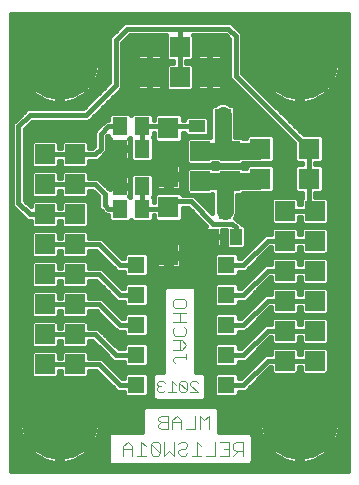
<source format=gbr>
G75*
G70*
%OFA0B0*%
%FSLAX24Y24*%
%IPPOS*%
%LPD*%
%AMOC8*
5,1,8,0,0,1.08239X$1,22.5*
%
%ADD10C,0.0040*%
%ADD11C,0.0030*%
%ADD12R,0.0512X0.0591*%
%ADD13R,0.0669X0.0709*%
%ADD14R,0.0709X0.0669*%
%ADD15R,0.0394X0.0551*%
%ADD16R,0.0551X0.0394*%
%ADD17R,0.0554X0.0554*%
%ADD18R,0.0650X0.0650*%
%ADD19C,0.2540*%
%ADD20C,0.0560*%
%ADD21C,0.0160*%
D10*
X004295Y002200D02*
X004295Y002507D01*
X004448Y002660D01*
X004602Y002507D01*
X004602Y002200D01*
X004755Y002200D02*
X005062Y002200D01*
X004909Y002200D02*
X004909Y002660D01*
X005062Y002507D01*
X005216Y002584D02*
X005216Y002277D01*
X005292Y002200D01*
X005446Y002200D01*
X005523Y002277D01*
X005216Y002584D01*
X005292Y002660D01*
X005446Y002660D01*
X005523Y002584D01*
X005523Y002277D01*
X005676Y002200D02*
X005676Y002660D01*
X005830Y002353D02*
X005676Y002200D01*
X005830Y002353D02*
X005983Y002200D01*
X005983Y002660D01*
X006137Y002584D02*
X006213Y002660D01*
X006367Y002660D01*
X006443Y002584D01*
X006443Y002507D01*
X006367Y002430D01*
X006213Y002430D01*
X006137Y002353D01*
X006137Y002277D01*
X006213Y002200D01*
X006367Y002200D01*
X006443Y002277D01*
X006597Y002200D02*
X006904Y002200D01*
X007057Y002200D02*
X007364Y002200D01*
X007364Y002660D01*
X007518Y002660D02*
X007825Y002660D01*
X007825Y002200D01*
X007518Y002200D01*
X007671Y002430D02*
X007825Y002430D01*
X007978Y002430D02*
X008055Y002353D01*
X008285Y002353D01*
X008285Y002200D02*
X008285Y002660D01*
X008055Y002660D01*
X007978Y002584D01*
X007978Y002430D01*
X008132Y002353D02*
X007978Y002200D01*
X007160Y003075D02*
X007160Y003535D01*
X007007Y003382D01*
X006853Y003535D01*
X006853Y003075D01*
X006700Y003075D02*
X006393Y003075D01*
X006239Y003075D02*
X006239Y003382D01*
X006086Y003535D01*
X005932Y003382D01*
X005932Y003075D01*
X005779Y003075D02*
X005779Y003535D01*
X005549Y003535D01*
X005472Y003459D01*
X005472Y003382D01*
X005549Y003305D01*
X005779Y003305D01*
X005932Y003305D02*
X006239Y003305D01*
X005779Y003075D02*
X005549Y003075D01*
X005472Y003152D01*
X005472Y003228D01*
X005549Y003305D01*
X004602Y002430D02*
X004295Y002430D01*
X006027Y005273D02*
X005950Y005350D01*
X005950Y005426D01*
X006027Y005503D01*
X006410Y005503D01*
X006410Y005426D02*
X006410Y005580D01*
X006257Y005733D02*
X006410Y005887D01*
X006257Y006040D01*
X005950Y006040D01*
X006027Y006194D02*
X005950Y006271D01*
X005950Y006424D01*
X006027Y006501D01*
X005950Y006654D02*
X006410Y006654D01*
X006334Y006501D02*
X006410Y006424D01*
X006410Y006271D01*
X006334Y006194D01*
X006027Y006194D01*
X006180Y006040D02*
X006180Y005733D01*
X006257Y005733D02*
X005950Y005733D01*
X006180Y006654D02*
X006180Y006961D01*
X006027Y007115D02*
X005950Y007191D01*
X005950Y007345D01*
X006027Y007422D01*
X006334Y007422D01*
X006410Y007345D01*
X006410Y007191D01*
X006334Y007115D01*
X006027Y007115D01*
X005950Y006961D02*
X006410Y006961D01*
X006700Y003535D02*
X006700Y003075D01*
X006750Y002660D02*
X006750Y002200D01*
X006904Y002507D02*
X006750Y002660D01*
D11*
X006790Y004320D02*
X006543Y004567D01*
X006543Y004629D01*
X006605Y004690D01*
X006728Y004690D01*
X006790Y004629D01*
X006790Y004320D02*
X006543Y004320D01*
X006422Y004382D02*
X006175Y004629D01*
X006175Y004382D01*
X006237Y004320D01*
X006360Y004320D01*
X006422Y004382D01*
X006422Y004629D01*
X006360Y004690D01*
X006237Y004690D01*
X006175Y004629D01*
X006053Y004567D02*
X005930Y004690D01*
X005930Y004320D01*
X006053Y004320D02*
X005806Y004320D01*
X005685Y004382D02*
X005623Y004320D01*
X005500Y004320D01*
X005438Y004382D01*
X005438Y004443D01*
X005500Y004505D01*
X005562Y004505D01*
X005500Y004505D02*
X005438Y004567D01*
X005438Y004629D01*
X005500Y004690D01*
X005623Y004690D01*
X005685Y004629D01*
D12*
X004929Y010430D03*
X004929Y011180D03*
X004181Y011180D03*
X004181Y010430D03*
X004181Y012430D03*
X004181Y013180D03*
X004929Y013180D03*
X004929Y012430D03*
D13*
X005805Y013112D03*
X005805Y011498D03*
X005805Y010487D03*
X005805Y008873D03*
D14*
X008873Y011430D03*
X008873Y012430D03*
X010487Y012430D03*
X010487Y011430D03*
D15*
X008054Y009497D03*
X007680Y010363D03*
X007306Y009497D03*
D16*
X006747Y013181D03*
X006747Y013929D03*
X007613Y013555D03*
D17*
X007743Y008555D03*
X007743Y007555D03*
X007743Y006555D03*
X007743Y005555D03*
X007743Y004555D03*
X004743Y004555D03*
X004743Y005555D03*
X004743Y006555D03*
X004743Y007555D03*
X004743Y008555D03*
D18*
X002680Y008243D03*
X002680Y009243D03*
X002680Y010243D03*
X002680Y011243D03*
X002680Y012243D03*
X001680Y012243D03*
X001680Y011243D03*
X001680Y010243D03*
X001680Y009243D03*
X001680Y008243D03*
X001680Y007243D03*
X001680Y006243D03*
X001680Y005243D03*
X002680Y005243D03*
X002680Y006243D03*
X002680Y007243D03*
X006868Y011368D03*
X006868Y012368D03*
X007868Y012368D03*
X007868Y011368D03*
X009680Y010368D03*
X009680Y009368D03*
X009680Y008368D03*
X009680Y007368D03*
X009680Y006368D03*
X009680Y005368D03*
X010680Y005368D03*
X010680Y006368D03*
X010680Y007368D03*
X010680Y008368D03*
X010680Y009368D03*
X010680Y010368D03*
X007180Y014805D03*
X007180Y015805D03*
X006180Y015805D03*
X006180Y014805D03*
X005180Y014805D03*
X005180Y015805D03*
D19*
X002180Y015305D03*
X002180Y003305D03*
X010180Y003305D03*
X010180Y015305D03*
D20*
X008873Y012430D02*
X008810Y012368D01*
X007868Y012368D01*
X007743Y012368D01*
X007680Y012430D01*
X007613Y012497D01*
X007613Y013555D01*
X007868Y012368D02*
X006868Y012368D01*
X006868Y011368D02*
X007868Y011368D01*
X007680Y011180D01*
X007680Y010363D01*
X007868Y011368D02*
X008810Y011368D01*
X008873Y011430D01*
D21*
X000560Y016925D02*
X000560Y001685D01*
X011800Y001685D01*
X011800Y016925D01*
X000560Y016925D01*
X000560Y016838D02*
X011800Y016838D01*
X011800Y016680D02*
X000560Y016680D01*
X000560Y016521D02*
X001591Y016521D01*
X001602Y016527D02*
X001485Y016464D01*
X001375Y016391D01*
X001272Y016306D01*
X001179Y016213D01*
X001094Y016110D01*
X001021Y016000D01*
X000958Y015883D01*
X000907Y015760D01*
X000869Y015633D01*
X000843Y015503D01*
X000831Y015385D01*
X002100Y015385D01*
X002100Y016654D01*
X001982Y016642D01*
X001852Y016616D01*
X001725Y016578D01*
X001602Y016527D01*
X001341Y016363D02*
X000560Y016363D01*
X000560Y016204D02*
X001171Y016204D01*
X001051Y016046D02*
X000560Y016046D01*
X000560Y015887D02*
X000960Y015887D01*
X000898Y015729D02*
X000560Y015729D01*
X000560Y015570D02*
X000856Y015570D01*
X000834Y015412D02*
X000560Y015412D01*
X000560Y015253D02*
X002100Y015253D01*
X002100Y015225D02*
X002100Y015385D01*
X002260Y015385D01*
X003529Y015385D01*
X003517Y015503D01*
X003491Y015633D01*
X003453Y015760D01*
X003402Y015883D01*
X003339Y016000D01*
X003266Y016110D01*
X003181Y016213D01*
X003088Y016306D01*
X002985Y016391D01*
X002875Y016464D01*
X002758Y016527D01*
X002635Y016578D01*
X002508Y016616D01*
X002378Y016642D01*
X002260Y016654D01*
X002260Y015385D01*
X002260Y015225D01*
X003529Y015225D01*
X003517Y015107D01*
X003491Y014977D01*
X003453Y014850D01*
X003402Y014727D01*
X003339Y014610D01*
X003266Y014500D01*
X003181Y014397D01*
X003088Y014304D01*
X002985Y014219D01*
X002875Y014146D01*
X002758Y014083D01*
X002635Y014032D01*
X002508Y013994D01*
X002378Y013968D01*
X002260Y013956D01*
X002260Y015225D01*
X002100Y015225D01*
X002100Y013956D01*
X001982Y013968D01*
X001852Y013994D01*
X001725Y014032D01*
X001602Y014083D01*
X001485Y014146D01*
X001375Y014219D01*
X001272Y014304D01*
X001179Y014397D01*
X001094Y014500D01*
X001021Y014610D01*
X000958Y014727D01*
X000907Y014850D01*
X000869Y014977D01*
X000843Y015107D01*
X000831Y015225D01*
X002100Y015225D01*
X002100Y015095D02*
X002260Y015095D01*
X002260Y015253D02*
X003835Y015253D01*
X003835Y015095D02*
X003515Y015095D01*
X003479Y014936D02*
X003835Y014936D01*
X003835Y014778D02*
X003423Y014778D01*
X003344Y014619D02*
X003808Y014619D01*
X003835Y014646D02*
X002964Y013775D01*
X001089Y013775D01*
X000714Y013400D01*
X000585Y013271D01*
X000585Y010526D01*
X001089Y010023D01*
X000560Y010023D01*
X000560Y010181D02*
X000930Y010181D01*
X000772Y010340D02*
X000560Y010340D01*
X000560Y010498D02*
X000613Y010498D01*
X000585Y010657D02*
X000560Y010657D01*
X000560Y010815D02*
X000585Y010815D01*
X000585Y010974D02*
X000560Y010974D01*
X000560Y011132D02*
X000585Y011132D01*
X000585Y011291D02*
X000560Y011291D01*
X000560Y011449D02*
X000585Y011449D01*
X000585Y011608D02*
X000560Y011608D01*
X000560Y011766D02*
X000585Y011766D01*
X000585Y011925D02*
X000560Y011925D01*
X000560Y012083D02*
X000585Y012083D01*
X000585Y012242D02*
X000560Y012242D01*
X000560Y012400D02*
X000585Y012400D01*
X000585Y012559D02*
X000560Y012559D01*
X000560Y012717D02*
X000585Y012717D01*
X000585Y012876D02*
X000560Y012876D01*
X000560Y013034D02*
X000585Y013034D01*
X000585Y013193D02*
X000560Y013193D01*
X000560Y013351D02*
X000665Y013351D01*
X000560Y013510D02*
X000823Y013510D01*
X000982Y013668D02*
X000560Y013668D01*
X000560Y013827D02*
X003015Y013827D01*
X003174Y013985D02*
X002464Y013985D01*
X002260Y013985D02*
X002100Y013985D01*
X002100Y014144D02*
X002260Y014144D01*
X002260Y014302D02*
X002100Y014302D01*
X002100Y014461D02*
X002260Y014461D01*
X002260Y014619D02*
X002100Y014619D01*
X002100Y014778D02*
X002260Y014778D01*
X002260Y014936D02*
X002100Y014936D01*
X002100Y015412D02*
X002260Y015412D01*
X002260Y015570D02*
X002100Y015570D01*
X002100Y015729D02*
X002260Y015729D01*
X002260Y015887D02*
X002100Y015887D01*
X002100Y016046D02*
X002260Y016046D01*
X002260Y016204D02*
X002100Y016204D01*
X002100Y016363D02*
X002260Y016363D01*
X002260Y016521D02*
X002100Y016521D01*
X002769Y016521D02*
X004210Y016521D01*
X004339Y016650D02*
X003835Y016146D01*
X003835Y014646D01*
X004055Y014555D02*
X004055Y016055D01*
X004430Y016430D01*
X006180Y016430D01*
X006180Y015805D01*
X006180Y014805D01*
X006645Y014778D02*
X006775Y014778D01*
X006775Y014797D02*
X006775Y014464D01*
X006787Y014435D01*
X006810Y014412D01*
X006839Y014400D01*
X007172Y014400D01*
X007172Y014797D01*
X006775Y014797D01*
X006775Y014813D02*
X007172Y014813D01*
X007172Y015210D01*
X006839Y015210D01*
X006810Y015198D01*
X006787Y015175D01*
X006775Y015146D01*
X006775Y014813D01*
X006775Y014936D02*
X006645Y014936D01*
X006645Y015095D02*
X006775Y015095D01*
X006645Y015188D02*
X006563Y015270D01*
X006400Y015270D01*
X006400Y015340D01*
X006563Y015340D01*
X006645Y015422D01*
X006645Y016188D01*
X006623Y016210D01*
X007714Y016210D01*
X007835Y016089D01*
X007835Y014771D01*
X009993Y012613D01*
X009993Y012037D01*
X010075Y011955D01*
X010267Y011955D01*
X010267Y011905D01*
X010075Y011905D01*
X009993Y011823D01*
X009993Y011037D01*
X010075Y010955D01*
X010267Y010955D01*
X010267Y010803D01*
X010215Y010750D01*
X010215Y010587D01*
X010145Y010587D01*
X010145Y010750D01*
X010063Y010832D01*
X009297Y010832D01*
X009215Y010750D01*
X009215Y009985D01*
X009297Y009903D01*
X010063Y009903D01*
X010145Y009985D01*
X010145Y010148D01*
X010215Y010148D01*
X010215Y009985D01*
X010297Y009903D01*
X011063Y009903D01*
X011145Y009985D01*
X011145Y010750D01*
X011063Y010832D01*
X010707Y010832D01*
X010707Y010955D01*
X010899Y010955D01*
X010981Y011037D01*
X010981Y011823D01*
X010899Y011905D01*
X010707Y011905D01*
X010707Y011955D01*
X010899Y011955D01*
X010981Y012037D01*
X010981Y012823D01*
X010899Y012905D01*
X010324Y012905D01*
X008275Y014953D01*
X008275Y016271D01*
X008146Y016400D01*
X008025Y016521D01*
X009591Y016521D01*
X009602Y016527D02*
X009485Y016464D01*
X009375Y016391D01*
X009272Y016306D01*
X009179Y016213D01*
X009094Y016110D01*
X009021Y016000D01*
X008958Y015883D01*
X008907Y015760D01*
X008869Y015633D01*
X008843Y015503D01*
X008831Y015385D01*
X010100Y015385D01*
X010100Y016654D01*
X009982Y016642D01*
X009852Y016616D01*
X009725Y016578D01*
X009602Y016527D01*
X009341Y016363D02*
X008184Y016363D01*
X008275Y016204D02*
X009171Y016204D01*
X009051Y016046D02*
X008275Y016046D01*
X008275Y015887D02*
X008960Y015887D01*
X008898Y015729D02*
X008275Y015729D01*
X008275Y015570D02*
X008856Y015570D01*
X008834Y015412D02*
X008275Y015412D01*
X008275Y015253D02*
X010100Y015253D01*
X010100Y015225D02*
X010100Y015385D01*
X010260Y015385D01*
X011529Y015385D01*
X011517Y015503D01*
X011491Y015633D01*
X011453Y015760D01*
X011402Y015883D01*
X011339Y016000D01*
X011266Y016110D01*
X011181Y016213D01*
X011088Y016306D01*
X010985Y016391D01*
X010875Y016464D01*
X010758Y016527D01*
X010635Y016578D01*
X010508Y016616D01*
X010378Y016642D01*
X010260Y016654D01*
X010260Y015385D01*
X010260Y015225D01*
X011529Y015225D01*
X011517Y015107D01*
X011491Y014977D01*
X011453Y014850D01*
X011402Y014727D01*
X011339Y014610D01*
X011266Y014500D01*
X011181Y014397D01*
X011088Y014304D01*
X010985Y014219D01*
X010875Y014146D01*
X010758Y014083D01*
X010635Y014032D01*
X010508Y013994D01*
X010378Y013968D01*
X010260Y013956D01*
X010260Y015225D01*
X010100Y015225D01*
X010100Y013956D01*
X009982Y013968D01*
X009852Y013994D01*
X009725Y014032D01*
X009602Y014083D01*
X009485Y014146D01*
X009375Y014219D01*
X009272Y014304D01*
X009179Y014397D01*
X009094Y014500D01*
X009021Y014610D01*
X008958Y014727D01*
X008907Y014850D01*
X008869Y014977D01*
X008843Y015107D01*
X008831Y015225D01*
X010100Y015225D01*
X010100Y015095D02*
X010260Y015095D01*
X010260Y015253D02*
X011800Y015253D01*
X011800Y015095D02*
X011515Y015095D01*
X011479Y014936D02*
X011800Y014936D01*
X011800Y014778D02*
X011423Y014778D01*
X011344Y014619D02*
X011800Y014619D01*
X011800Y014461D02*
X011233Y014461D01*
X011086Y014302D02*
X011800Y014302D01*
X011800Y014144D02*
X010871Y014144D01*
X010464Y013985D02*
X011800Y013985D01*
X011800Y013827D02*
X009402Y013827D01*
X009243Y013985D02*
X009896Y013985D01*
X010100Y013985D02*
X010260Y013985D01*
X010260Y014144D02*
X010100Y014144D01*
X010100Y014302D02*
X010260Y014302D01*
X010260Y014461D02*
X010100Y014461D01*
X010100Y014619D02*
X010260Y014619D01*
X010260Y014778D02*
X010100Y014778D01*
X010100Y014936D02*
X010260Y014936D01*
X010260Y015412D02*
X010100Y015412D01*
X010100Y015570D02*
X010260Y015570D01*
X010260Y015729D02*
X010100Y015729D01*
X010100Y015887D02*
X010260Y015887D01*
X010260Y016046D02*
X010100Y016046D01*
X010100Y016204D02*
X010260Y016204D01*
X010260Y016363D02*
X010100Y016363D01*
X010100Y016521D02*
X010260Y016521D01*
X010769Y016521D02*
X011800Y016521D01*
X011800Y016363D02*
X011019Y016363D01*
X011189Y016204D02*
X011800Y016204D01*
X011800Y016046D02*
X011309Y016046D01*
X011400Y015887D02*
X011800Y015887D01*
X011800Y015729D02*
X011462Y015729D01*
X011504Y015570D02*
X011800Y015570D01*
X011800Y015412D02*
X011526Y015412D01*
X011800Y013668D02*
X009560Y013668D01*
X009719Y013510D02*
X011800Y013510D01*
X011800Y013351D02*
X009877Y013351D01*
X010036Y013193D02*
X011800Y013193D01*
X011800Y013034D02*
X010194Y013034D01*
X009889Y012717D02*
X009367Y012717D01*
X009367Y012823D02*
X009285Y012905D01*
X008461Y012905D01*
X008379Y012823D01*
X008379Y012787D01*
X008295Y012787D01*
X008250Y012832D01*
X008033Y012832D01*
X008033Y013639D01*
X008029Y013649D01*
X008029Y013810D01*
X007947Y013892D01*
X007870Y013892D01*
X007851Y013911D01*
X007697Y013975D01*
X007530Y013975D01*
X007375Y013911D01*
X007356Y013892D01*
X007279Y013892D01*
X007197Y013810D01*
X007197Y013649D01*
X007193Y013639D01*
X007193Y012832D01*
X006485Y012832D01*
X006403Y012750D01*
X006403Y011985D01*
X006485Y011903D01*
X007250Y011903D01*
X007295Y011948D01*
X007440Y011948D01*
X007485Y011903D01*
X008250Y011903D01*
X008295Y011948D01*
X008894Y011948D01*
X008913Y011955D01*
X009285Y011955D01*
X009367Y012037D01*
X009367Y012823D01*
X009314Y012876D02*
X009730Y012876D01*
X009572Y013034D02*
X008033Y013034D01*
X008033Y012876D02*
X008431Y012876D01*
X008033Y013193D02*
X009413Y013193D01*
X009255Y013351D02*
X008033Y013351D01*
X008033Y013510D02*
X009096Y013510D01*
X008938Y013668D02*
X008029Y013668D01*
X008012Y013827D02*
X008779Y013827D01*
X008621Y013985D02*
X007103Y013985D01*
X007103Y013947D02*
X007103Y014142D01*
X007090Y014171D01*
X007068Y014194D01*
X007038Y014206D01*
X006765Y014206D01*
X006765Y013947D01*
X007103Y013947D01*
X007103Y013911D02*
X006765Y013911D01*
X006765Y013947D01*
X006729Y013947D01*
X006729Y014206D01*
X006455Y014206D01*
X006426Y014194D01*
X006404Y014171D01*
X006391Y014142D01*
X006391Y013947D01*
X006728Y013947D01*
X006728Y013911D01*
X006391Y013911D01*
X006391Y013716D01*
X006404Y013687D01*
X006426Y013664D01*
X006455Y013652D01*
X006729Y013652D01*
X006729Y013911D01*
X006765Y013911D01*
X006765Y013652D01*
X007038Y013652D01*
X007068Y013664D01*
X007090Y013687D01*
X007103Y013716D01*
X007103Y013911D01*
X007103Y013827D02*
X007214Y013827D01*
X007197Y013668D02*
X007072Y013668D01*
X007081Y013518D02*
X006413Y013518D01*
X006331Y013436D01*
X006331Y013401D01*
X006280Y013401D01*
X006280Y013524D01*
X006198Y013606D01*
X005412Y013606D01*
X005330Y013524D01*
X005330Y013400D01*
X005325Y013400D01*
X005325Y013533D01*
X005243Y013615D01*
X004615Y013615D01*
X004555Y013555D01*
X004495Y013615D01*
X003867Y013615D01*
X003785Y013533D01*
X003785Y013400D01*
X003714Y013400D01*
X003464Y013150D01*
X003335Y013021D01*
X003335Y012521D01*
X003276Y012462D01*
X003145Y012462D01*
X003145Y012625D01*
X003063Y012707D01*
X002297Y012707D01*
X002215Y012625D01*
X002215Y012462D01*
X002145Y012462D01*
X002145Y012625D01*
X002063Y012707D01*
X001297Y012707D01*
X001215Y012625D01*
X001215Y011860D01*
X001297Y011778D01*
X002063Y011778D01*
X002145Y011860D01*
X002145Y012023D01*
X002215Y012023D01*
X002215Y011860D01*
X002297Y011778D01*
X003063Y011778D01*
X003145Y011860D01*
X003145Y012023D01*
X003459Y012023D01*
X003587Y012151D01*
X003775Y012339D01*
X003775Y012839D01*
X003785Y012849D01*
X003785Y012827D01*
X003853Y012759D01*
X003845Y012741D01*
X003845Y012478D01*
X004133Y012478D01*
X004133Y012382D01*
X004229Y012382D01*
X004229Y012478D01*
X004517Y012478D01*
X004517Y012741D01*
X004509Y012759D01*
X004533Y012783D01*
X004533Y012077D01*
X004615Y011995D01*
X005243Y011995D01*
X005325Y012077D01*
X005325Y012783D01*
X005303Y012805D01*
X005325Y012827D01*
X005325Y012960D01*
X005330Y012960D01*
X005330Y012700D01*
X005412Y012618D01*
X006198Y012618D01*
X006280Y012700D01*
X006280Y012961D01*
X006331Y012961D01*
X006331Y012926D01*
X006413Y012844D01*
X007081Y012844D01*
X007163Y012926D01*
X007163Y013436D01*
X007081Y013518D01*
X007089Y013510D02*
X007193Y013510D01*
X007193Y013351D02*
X007163Y013351D01*
X007163Y013193D02*
X007193Y013193D01*
X007193Y013034D02*
X007163Y013034D01*
X007193Y012876D02*
X007112Y012876D01*
X006747Y013181D02*
X005986Y013181D01*
X005805Y013112D01*
X005737Y013180D01*
X004929Y013180D01*
X004929Y012430D01*
X004533Y012400D02*
X004229Y012400D01*
X004229Y012382D02*
X004517Y012382D01*
X004517Y012119D01*
X004505Y012089D01*
X004482Y012067D01*
X004453Y012055D01*
X004229Y012055D01*
X004229Y012382D01*
X004181Y012430D02*
X004181Y011180D01*
X004229Y011228D02*
X004133Y011228D01*
X004133Y011555D01*
X003909Y011555D01*
X003880Y011543D01*
X003857Y011521D01*
X003845Y011491D01*
X003845Y011228D01*
X004133Y011228D01*
X004133Y011132D01*
X003845Y011132D01*
X003789Y011132D01*
X003845Y011132D02*
X003845Y011076D01*
X003587Y011334D01*
X003459Y011462D01*
X003145Y011462D01*
X003145Y011625D01*
X003063Y011707D01*
X002297Y011707D01*
X002215Y011625D01*
X002215Y011462D01*
X002145Y011462D01*
X002145Y011625D01*
X002063Y011707D01*
X001297Y011707D01*
X001215Y011625D01*
X001215Y010860D01*
X001297Y010778D01*
X002063Y010778D01*
X002145Y010860D01*
X002145Y011023D01*
X002215Y011023D01*
X002215Y010860D01*
X002297Y010778D01*
X003063Y010778D01*
X003145Y010860D01*
X003145Y011023D01*
X003276Y011023D01*
X003460Y010839D01*
X003460Y010464D01*
X003589Y010335D01*
X003714Y010210D01*
X003785Y010210D01*
X003785Y010077D01*
X003867Y009995D01*
X004495Y009995D01*
X004555Y010055D01*
X004615Y009995D01*
X005243Y009995D01*
X005325Y010077D01*
X005325Y010210D01*
X005330Y010210D01*
X005330Y010075D01*
X005412Y009993D01*
X006198Y009993D01*
X006280Y010075D01*
X006280Y010460D01*
X006464Y010460D01*
X007078Y009846D01*
X007064Y009840D01*
X007041Y009818D01*
X007029Y009788D01*
X007029Y009515D01*
X007288Y009515D01*
X007288Y009479D01*
X007288Y009478D02*
X007324Y009478D01*
X007324Y009141D01*
X007519Y009141D01*
X007548Y009154D01*
X007571Y009176D01*
X007583Y009205D01*
X007583Y009479D01*
X007324Y009479D01*
X007324Y009515D01*
X007583Y009515D01*
X007583Y009710D01*
X007717Y009710D01*
X007717Y009163D01*
X007799Y009081D01*
X008309Y009081D01*
X008391Y009163D01*
X008391Y009831D01*
X008309Y009913D01*
X008259Y009913D01*
X008039Y010132D01*
X008100Y010280D01*
X008100Y010903D01*
X008250Y010903D01*
X008295Y010948D01*
X008894Y010948D01*
X008913Y010955D01*
X009285Y010955D01*
X009367Y011037D01*
X009367Y011823D01*
X009285Y011905D01*
X008461Y011905D01*
X008379Y011823D01*
X008379Y011787D01*
X008295Y011787D01*
X008250Y011832D01*
X007485Y011832D01*
X007440Y011787D01*
X007295Y011787D01*
X007250Y011832D01*
X006485Y011832D01*
X006403Y011750D01*
X006403Y010985D01*
X006485Y010903D01*
X007250Y010903D01*
X007260Y010912D01*
X007260Y010286D01*
X006775Y010771D01*
X006775Y010771D01*
X006646Y010900D01*
X006279Y010900D01*
X006198Y010981D01*
X005412Y010981D01*
X005330Y010899D01*
X005330Y010650D01*
X005325Y010650D01*
X005325Y010783D01*
X005303Y010805D01*
X005325Y010827D01*
X005325Y011533D01*
X005243Y011615D01*
X004615Y011615D01*
X004533Y011533D01*
X004533Y010827D01*
X004509Y010851D01*
X004517Y010869D01*
X004517Y011132D01*
X004533Y011132D01*
X004517Y011132D02*
X004229Y011132D01*
X004229Y011228D01*
X004517Y011228D01*
X004517Y011491D01*
X004505Y011521D01*
X004482Y011543D01*
X004453Y011555D01*
X004229Y011555D01*
X004229Y011228D01*
X004229Y011291D02*
X004133Y011291D01*
X004133Y011449D02*
X004229Y011449D01*
X004517Y011449D02*
X004533Y011449D01*
X004517Y011291D02*
X004533Y011291D01*
X004517Y010974D02*
X004533Y010974D01*
X004929Y011179D02*
X004929Y010430D01*
X005748Y010430D01*
X005805Y010487D01*
X005805Y010555D01*
X005930Y010680D01*
X006555Y010680D01*
X007305Y009930D01*
X007930Y009930D01*
X008054Y009806D01*
X008054Y009497D01*
X008391Y009547D02*
X008986Y009547D01*
X009026Y009587D02*
X008898Y009459D01*
X008214Y008775D01*
X008160Y008775D01*
X008160Y008890D01*
X008078Y008972D01*
X007407Y008972D01*
X007325Y008890D01*
X007325Y008220D01*
X007407Y008138D01*
X008078Y008138D01*
X008160Y008220D01*
X008160Y008335D01*
X008396Y008335D01*
X009209Y009148D01*
X009215Y009148D01*
X009215Y008985D01*
X009297Y008903D01*
X010063Y008903D01*
X010145Y008985D01*
X010145Y009148D01*
X010215Y009148D01*
X010215Y008985D01*
X010297Y008903D01*
X011063Y008903D01*
X011145Y008985D01*
X011145Y009750D01*
X011063Y009832D01*
X010297Y009832D01*
X010215Y009750D01*
X010215Y009587D01*
X010145Y009587D01*
X010145Y009750D01*
X010063Y009832D01*
X009297Y009832D01*
X009215Y009750D01*
X009215Y009587D01*
X009026Y009587D01*
X009215Y009706D02*
X008391Y009706D01*
X008357Y009864D02*
X011800Y009864D01*
X011800Y009706D02*
X011145Y009706D01*
X011145Y009547D02*
X011800Y009547D01*
X011800Y009389D02*
X011145Y009389D01*
X011145Y009230D02*
X011800Y009230D01*
X011800Y009072D02*
X011145Y009072D01*
X011074Y008913D02*
X011800Y008913D01*
X011800Y008755D02*
X011141Y008755D01*
X011145Y008750D02*
X011063Y008832D01*
X010297Y008832D01*
X010215Y008750D01*
X010215Y008587D01*
X010145Y008587D01*
X010145Y008750D01*
X010063Y008832D01*
X009297Y008832D01*
X009215Y008750D01*
X009215Y008587D01*
X009026Y008587D01*
X008898Y008459D01*
X008214Y007775D01*
X008160Y007775D01*
X008160Y007890D01*
X008078Y007972D01*
X007407Y007972D01*
X007325Y007890D01*
X007325Y007220D01*
X007407Y007138D01*
X008078Y007138D01*
X008160Y007220D01*
X008160Y007335D01*
X008396Y007335D01*
X009209Y008148D01*
X009215Y008148D01*
X009215Y007985D01*
X009297Y007903D01*
X010063Y007903D01*
X010145Y007985D01*
X010145Y008148D01*
X010215Y008148D01*
X010215Y007985D01*
X010297Y007903D01*
X011063Y007903D01*
X011145Y007985D01*
X011145Y008750D01*
X011145Y008596D02*
X011800Y008596D01*
X011800Y008438D02*
X011145Y008438D01*
X011145Y008279D02*
X011800Y008279D01*
X011800Y008121D02*
X011145Y008121D01*
X011123Y007962D02*
X011800Y007962D01*
X011800Y007804D02*
X011092Y007804D01*
X011063Y007832D02*
X010297Y007832D01*
X010215Y007750D01*
X010215Y007587D01*
X010145Y007587D01*
X010145Y007750D01*
X010063Y007832D01*
X009297Y007832D01*
X009215Y007750D01*
X009215Y007587D01*
X009026Y007587D01*
X008898Y007459D01*
X008214Y006775D01*
X008160Y006775D01*
X008160Y006890D01*
X008078Y006972D01*
X007407Y006972D01*
X007325Y006890D01*
X007325Y006220D01*
X007407Y006138D01*
X008078Y006138D01*
X008160Y006220D01*
X008160Y006335D01*
X008396Y006335D01*
X009209Y007148D01*
X009215Y007148D01*
X009215Y006985D01*
X009297Y006903D01*
X010063Y006903D01*
X010145Y006985D01*
X010145Y007148D01*
X010215Y007148D01*
X010215Y006985D01*
X010297Y006903D01*
X011063Y006903D01*
X011145Y006985D01*
X011145Y007750D01*
X011063Y007832D01*
X011145Y007645D02*
X011800Y007645D01*
X011800Y007487D02*
X011145Y007487D01*
X011145Y007328D02*
X011800Y007328D01*
X011800Y007170D02*
X011145Y007170D01*
X011145Y007011D02*
X011800Y007011D01*
X011800Y006853D02*
X008914Y006853D01*
X009072Y007011D02*
X009215Y007011D01*
X009297Y006832D02*
X009215Y006750D01*
X009215Y006587D01*
X009026Y006587D01*
X008898Y006459D01*
X008214Y005775D01*
X008160Y005775D01*
X008160Y005890D01*
X008078Y005972D01*
X007407Y005972D01*
X007325Y005890D01*
X007325Y005220D01*
X007407Y005138D01*
X008078Y005138D01*
X008160Y005220D01*
X008160Y005335D01*
X008396Y005335D01*
X009209Y006148D01*
X009215Y006148D01*
X009215Y005985D01*
X009297Y005903D01*
X010063Y005903D01*
X010145Y005985D01*
X010145Y006148D01*
X010215Y006148D01*
X010215Y005985D01*
X010297Y005903D01*
X011063Y005903D01*
X011145Y005985D01*
X011145Y006750D01*
X011063Y006832D01*
X010297Y006832D01*
X010215Y006750D01*
X010215Y006587D01*
X010145Y006587D01*
X010145Y006750D01*
X010063Y006832D01*
X009297Y006832D01*
X009215Y006694D02*
X008755Y006694D01*
X008597Y006536D02*
X008974Y006536D01*
X009118Y006368D02*
X009680Y006368D01*
X010680Y006368D01*
X011145Y006377D02*
X011800Y006377D01*
X011800Y006219D02*
X011145Y006219D01*
X011145Y006060D02*
X011800Y006060D01*
X011800Y005902D02*
X008963Y005902D01*
X009121Y006060D02*
X009215Y006060D01*
X009297Y005832D02*
X009215Y005750D01*
X009215Y005587D01*
X009026Y005587D01*
X008898Y005459D01*
X008214Y004775D01*
X008160Y004775D01*
X008160Y004890D01*
X008078Y004972D01*
X007407Y004972D01*
X007325Y004890D01*
X007325Y004220D01*
X007407Y004138D01*
X008078Y004138D01*
X008160Y004220D01*
X008160Y004335D01*
X008396Y004335D01*
X009209Y005148D01*
X009215Y005148D01*
X009215Y004985D01*
X009297Y004903D01*
X010063Y004903D01*
X010145Y004985D01*
X010145Y005148D01*
X010215Y005148D01*
X010215Y004985D01*
X010297Y004903D01*
X011063Y004903D01*
X011145Y004985D01*
X011145Y005750D01*
X011063Y005832D01*
X010297Y005832D01*
X010215Y005750D01*
X010215Y005587D01*
X010145Y005587D01*
X010145Y005750D01*
X010063Y005832D01*
X009297Y005832D01*
X009215Y005743D02*
X008804Y005743D01*
X008646Y005585D02*
X009023Y005585D01*
X008865Y005426D02*
X008487Y005426D01*
X008305Y005555D02*
X009118Y006368D01*
X008816Y006377D02*
X008438Y006377D01*
X008305Y006555D02*
X009118Y007368D01*
X009180Y007368D01*
X009680Y007368D01*
X010680Y007368D01*
X010215Y007645D02*
X010145Y007645D01*
X010092Y007804D02*
X010268Y007804D01*
X010237Y007962D02*
X010123Y007962D01*
X010145Y008121D02*
X010215Y008121D01*
X010215Y008596D02*
X010145Y008596D01*
X010141Y008755D02*
X010219Y008755D01*
X010286Y008913D02*
X010074Y008913D01*
X010145Y009072D02*
X010215Y009072D01*
X010680Y009368D02*
X009680Y009368D01*
X009118Y009368D01*
X008305Y008555D01*
X007743Y008555D01*
X007325Y008596D02*
X006220Y008596D01*
X006220Y008503D02*
X006220Y008793D01*
X005885Y008793D01*
X005885Y008953D01*
X005725Y008953D01*
X005725Y009307D01*
X005454Y009307D01*
X005425Y009295D01*
X005403Y009273D01*
X005390Y009243D01*
X005390Y008953D01*
X005725Y008953D01*
X005725Y008793D01*
X005390Y008793D01*
X005390Y008503D01*
X005403Y008473D01*
X005425Y008451D01*
X005454Y008439D01*
X005725Y008439D01*
X005725Y008793D01*
X005885Y008793D01*
X005885Y008439D01*
X006156Y008439D01*
X006185Y008451D01*
X006207Y008473D01*
X006220Y008503D01*
X006220Y008755D02*
X007325Y008755D01*
X007348Y008913D02*
X005885Y008913D01*
X005885Y008953D02*
X006220Y008953D01*
X006220Y009243D01*
X006207Y009273D01*
X006185Y009295D01*
X006156Y009307D01*
X005885Y009307D01*
X005885Y008953D01*
X005885Y009072D02*
X005725Y009072D01*
X005725Y009230D02*
X005885Y009230D01*
X006220Y009230D02*
X007029Y009230D01*
X007029Y009205D02*
X007041Y009176D01*
X007064Y009154D01*
X007093Y009141D01*
X007288Y009141D01*
X007288Y009478D01*
X007288Y009479D02*
X007029Y009479D01*
X007029Y009205D01*
X007029Y009389D02*
X003658Y009389D01*
X003712Y009334D02*
X003584Y009462D01*
X003145Y009462D01*
X003145Y009625D01*
X003063Y009707D01*
X002297Y009707D01*
X002215Y009625D01*
X002215Y009462D01*
X002145Y009462D01*
X002145Y009625D01*
X002063Y009707D01*
X001297Y009707D01*
X001215Y009625D01*
X001215Y008860D01*
X001297Y008778D01*
X002063Y008778D01*
X002145Y008860D01*
X002145Y009023D01*
X002215Y009023D01*
X002215Y008860D01*
X002297Y008778D01*
X003063Y008778D01*
X003145Y008860D01*
X003145Y009023D01*
X003401Y009023D01*
X004089Y008335D01*
X004325Y008335D01*
X004325Y008220D01*
X004407Y008138D01*
X005078Y008138D01*
X005160Y008220D01*
X005160Y008890D01*
X005078Y008972D01*
X004407Y008972D01*
X004325Y008890D01*
X004325Y008775D01*
X004271Y008775D01*
X003712Y009334D01*
X003816Y009230D02*
X005390Y009230D01*
X005390Y009072D02*
X003975Y009072D01*
X004133Y008913D02*
X004348Y008913D01*
X004180Y008555D02*
X003493Y009243D01*
X002680Y009243D01*
X001680Y009243D01*
X001215Y009230D02*
X000560Y009230D01*
X000560Y009072D02*
X001215Y009072D01*
X001215Y008913D02*
X000560Y008913D01*
X000560Y008755D02*
X003669Y008755D01*
X003511Y008913D02*
X003145Y008913D01*
X003063Y008707D02*
X003145Y008625D01*
X003145Y008462D01*
X003584Y008462D01*
X003712Y008334D01*
X004271Y007775D01*
X004325Y007775D01*
X004325Y007890D01*
X004407Y007972D01*
X005078Y007972D01*
X005160Y007890D01*
X005160Y007220D01*
X005078Y007138D01*
X004407Y007138D01*
X004325Y007220D01*
X004325Y007335D01*
X004089Y007335D01*
X003401Y008023D01*
X003145Y008023D01*
X003145Y007860D01*
X003063Y007778D01*
X002297Y007778D01*
X002215Y007860D01*
X002215Y008023D01*
X002145Y008023D01*
X002145Y007860D01*
X002063Y007778D01*
X001297Y007778D01*
X001215Y007860D01*
X001215Y008625D01*
X001297Y008707D01*
X002063Y008707D01*
X002145Y008625D01*
X002145Y008462D01*
X002215Y008462D01*
X002215Y008625D01*
X002297Y008707D01*
X003063Y008707D01*
X003145Y008596D02*
X003828Y008596D01*
X003986Y008438D02*
X003609Y008438D01*
X003767Y008279D02*
X004325Y008279D01*
X004180Y008555D02*
X004743Y008555D01*
X005088Y007962D02*
X007397Y007962D01*
X007325Y007804D02*
X006710Y007804D01*
X006713Y007800D02*
X006702Y007814D01*
X006689Y007827D01*
X006675Y007838D01*
X006659Y007847D01*
X006642Y007855D01*
X006624Y007859D01*
X006606Y007862D01*
X005754Y007862D01*
X005736Y007859D01*
X005718Y007855D01*
X005701Y007847D01*
X005685Y007838D01*
X005671Y007827D01*
X005658Y007814D01*
X005647Y007800D01*
X005638Y007784D01*
X005630Y007767D01*
X005626Y007749D01*
X005623Y007731D01*
X005623Y004978D01*
X005383Y004978D01*
X005365Y004976D01*
X005347Y004971D01*
X005330Y004964D01*
X005315Y004955D01*
X005300Y004944D01*
X005287Y004931D01*
X005276Y004916D01*
X005267Y004900D01*
X005260Y004883D01*
X005255Y004866D01*
X005253Y004848D01*
X005253Y004162D01*
X005255Y004144D01*
X005260Y004127D01*
X005267Y004110D01*
X005276Y004094D01*
X005287Y004079D01*
X005300Y004066D01*
X005315Y004055D01*
X005330Y004046D01*
X005347Y004039D01*
X005365Y004034D01*
X005383Y004032D01*
X006948Y004032D01*
X006966Y004034D01*
X006983Y004039D01*
X007000Y004046D01*
X007016Y004055D01*
X007031Y004066D01*
X007044Y004079D01*
X007055Y004094D01*
X007064Y004110D01*
X007071Y004127D01*
X007076Y004144D01*
X007078Y004162D01*
X007078Y004848D01*
X007076Y004866D01*
X007071Y004883D01*
X007064Y004900D01*
X007055Y004916D01*
X007044Y004931D01*
X007031Y004944D01*
X007016Y004955D01*
X007000Y004964D01*
X006983Y004971D01*
X006966Y004976D01*
X006948Y004978D01*
X006737Y004978D01*
X006737Y007731D01*
X006734Y007749D01*
X006730Y007767D01*
X006722Y007784D01*
X006713Y007800D01*
X006737Y007645D02*
X007325Y007645D01*
X007325Y007487D02*
X006737Y007487D01*
X006737Y007328D02*
X007325Y007328D01*
X007376Y007170D02*
X006737Y007170D01*
X006737Y007011D02*
X008450Y007011D01*
X008608Y007170D02*
X008109Y007170D01*
X008160Y007328D02*
X008767Y007328D01*
X008925Y007487D02*
X008548Y007487D01*
X008706Y007645D02*
X009215Y007645D01*
X009268Y007804D02*
X008865Y007804D01*
X009023Y007962D02*
X009237Y007962D01*
X009215Y008121D02*
X009182Y008121D01*
X009118Y008368D02*
X009680Y008368D01*
X010680Y008368D01*
X010215Y009706D02*
X010145Y009706D01*
X010145Y010023D02*
X010215Y010023D01*
X010430Y010368D02*
X010487Y010425D01*
X010487Y011430D01*
X010487Y012430D01*
X008055Y014862D01*
X008055Y016180D01*
X007805Y016430D01*
X006180Y016430D01*
X005737Y016210D02*
X005715Y016188D01*
X005715Y015422D01*
X005797Y015340D01*
X005960Y015340D01*
X005960Y015270D01*
X005797Y015270D01*
X005715Y015188D01*
X005715Y014422D01*
X005797Y014340D01*
X006563Y014340D01*
X006645Y014422D01*
X006645Y015188D01*
X006580Y015253D02*
X007835Y015253D01*
X007835Y015095D02*
X007585Y015095D01*
X007585Y015146D02*
X007573Y015175D01*
X007550Y015198D01*
X007521Y015210D01*
X007188Y015210D01*
X007188Y014813D01*
X007172Y014813D01*
X007172Y014797D01*
X007188Y014797D01*
X007188Y014813D01*
X007585Y014813D01*
X007585Y015146D01*
X007585Y014936D02*
X007835Y014936D01*
X007835Y014778D02*
X007585Y014778D01*
X007585Y014797D02*
X007188Y014797D01*
X007188Y014400D01*
X007521Y014400D01*
X007550Y014412D01*
X007573Y014435D01*
X007585Y014464D01*
X007585Y014797D01*
X007585Y014619D02*
X007987Y014619D01*
X008145Y014461D02*
X007584Y014461D01*
X007188Y014461D02*
X007172Y014461D01*
X007172Y014619D02*
X007188Y014619D01*
X007172Y014778D02*
X007188Y014778D01*
X007172Y014936D02*
X007188Y014936D01*
X007172Y015095D02*
X007188Y015095D01*
X007188Y015400D02*
X007521Y015400D01*
X007550Y015412D01*
X007573Y015435D01*
X007585Y015464D01*
X007585Y015797D01*
X007188Y015797D01*
X007188Y015813D01*
X007172Y015813D01*
X007172Y016210D01*
X006839Y016210D01*
X006810Y016198D01*
X006787Y016175D01*
X006775Y016146D01*
X006775Y015813D01*
X007172Y015813D01*
X007172Y015797D01*
X006775Y015797D01*
X006775Y015464D01*
X006787Y015435D01*
X006810Y015412D01*
X006839Y015400D01*
X007172Y015400D01*
X007172Y015797D01*
X007188Y015797D01*
X007188Y015400D01*
X007188Y015412D02*
X007172Y015412D01*
X007172Y015570D02*
X007188Y015570D01*
X007172Y015729D02*
X007188Y015729D01*
X007188Y015813D02*
X007585Y015813D01*
X007585Y016146D01*
X007573Y016175D01*
X007550Y016198D01*
X007521Y016210D01*
X007188Y016210D01*
X007188Y015813D01*
X007188Y015887D02*
X007172Y015887D01*
X007172Y016046D02*
X007188Y016046D01*
X007172Y016204D02*
X007188Y016204D01*
X007535Y016204D02*
X007720Y016204D01*
X007835Y016046D02*
X007585Y016046D01*
X007585Y015887D02*
X007835Y015887D01*
X007835Y015729D02*
X007585Y015729D01*
X007585Y015570D02*
X007835Y015570D01*
X007835Y015412D02*
X007549Y015412D01*
X008025Y016521D02*
X008025Y016521D01*
X007896Y016650D01*
X004339Y016650D01*
X004051Y016363D02*
X003019Y016363D01*
X003189Y016204D02*
X003893Y016204D01*
X003835Y016046D02*
X003309Y016046D01*
X003400Y015887D02*
X003835Y015887D01*
X003835Y015729D02*
X003462Y015729D01*
X003504Y015570D02*
X003835Y015570D01*
X003835Y015412D02*
X003526Y015412D01*
X003649Y014461D02*
X003233Y014461D01*
X003086Y014302D02*
X003491Y014302D01*
X003332Y014144D02*
X002871Y014144D01*
X003055Y013555D02*
X004055Y014555D01*
X004275Y014619D02*
X004775Y014619D01*
X004775Y014464D02*
X004775Y014797D01*
X005172Y014797D01*
X005172Y014813D01*
X005172Y015210D01*
X004839Y015210D01*
X004810Y015198D01*
X004787Y015175D01*
X004775Y015146D01*
X004775Y014813D01*
X005172Y014813D01*
X005188Y014813D01*
X005188Y015210D01*
X005521Y015210D01*
X005550Y015198D01*
X005573Y015175D01*
X005585Y015146D01*
X005585Y014813D01*
X005188Y014813D01*
X005188Y014797D01*
X005585Y014797D01*
X005585Y014464D01*
X005573Y014435D01*
X005550Y014412D01*
X005521Y014400D01*
X005188Y014400D01*
X005188Y014797D01*
X005172Y014797D01*
X005172Y014400D01*
X004839Y014400D01*
X004810Y014412D01*
X004787Y014435D01*
X004775Y014464D01*
X004776Y014461D02*
X004272Y014461D01*
X004275Y014464D02*
X004275Y015964D01*
X004521Y016210D01*
X005737Y016210D01*
X005731Y016204D02*
X005535Y016204D01*
X005521Y016210D02*
X005188Y016210D01*
X005188Y015813D01*
X005172Y015813D01*
X005172Y016210D01*
X004839Y016210D01*
X004810Y016198D01*
X004787Y016175D01*
X004775Y016146D01*
X004775Y015813D01*
X005172Y015813D01*
X005172Y015797D01*
X004775Y015797D01*
X004775Y015464D01*
X004787Y015435D01*
X004810Y015412D01*
X004839Y015400D01*
X005172Y015400D01*
X005172Y015797D01*
X005188Y015797D01*
X005188Y015813D01*
X005585Y015813D01*
X005585Y016146D01*
X005573Y016175D01*
X005550Y016198D01*
X005521Y016210D01*
X005585Y016046D02*
X005715Y016046D01*
X005715Y015887D02*
X005585Y015887D01*
X005585Y015797D02*
X005188Y015797D01*
X005188Y015400D01*
X005521Y015400D01*
X005550Y015412D01*
X005573Y015435D01*
X005585Y015464D01*
X005585Y015797D01*
X005585Y015729D02*
X005715Y015729D01*
X005715Y015570D02*
X005585Y015570D01*
X005549Y015412D02*
X005725Y015412D01*
X005780Y015253D02*
X004275Y015253D01*
X004275Y015095D02*
X004775Y015095D01*
X004775Y014936D02*
X004275Y014936D01*
X004275Y014778D02*
X004775Y014778D01*
X005172Y014778D02*
X005188Y014778D01*
X005172Y014936D02*
X005188Y014936D01*
X005172Y015095D02*
X005188Y015095D01*
X005172Y015412D02*
X005188Y015412D01*
X005172Y015570D02*
X005188Y015570D01*
X005172Y015729D02*
X005188Y015729D01*
X005172Y015887D02*
X005188Y015887D01*
X005172Y016046D02*
X005188Y016046D01*
X005172Y016204D02*
X005188Y016204D01*
X004825Y016204D02*
X004515Y016204D01*
X004357Y016046D02*
X004775Y016046D01*
X004775Y015887D02*
X004275Y015887D01*
X004275Y015729D02*
X004775Y015729D01*
X004775Y015570D02*
X004275Y015570D01*
X004275Y015412D02*
X004811Y015412D01*
X005172Y014619D02*
X005188Y014619D01*
X005172Y014461D02*
X005188Y014461D01*
X005584Y014461D02*
X005715Y014461D01*
X005715Y014619D02*
X005585Y014619D01*
X005585Y014778D02*
X005715Y014778D01*
X005715Y014936D02*
X005585Y014936D01*
X005585Y015095D02*
X005715Y015095D01*
X006392Y014144D02*
X003955Y014144D01*
X004113Y014302D02*
X008304Y014302D01*
X008462Y014144D02*
X007102Y014144D01*
X006765Y014144D02*
X006729Y014144D01*
X006729Y013985D02*
X006765Y013985D01*
X006765Y013827D02*
X006729Y013827D01*
X006729Y013668D02*
X006765Y013668D01*
X006422Y013668D02*
X003479Y013668D01*
X003321Y013510D02*
X003785Y013510D01*
X003665Y013351D02*
X003162Y013351D01*
X003146Y013335D02*
X004146Y014335D01*
X004275Y014464D01*
X003796Y013985D02*
X006391Y013985D01*
X006391Y013827D02*
X003638Y013827D01*
X003506Y013193D02*
X001129Y013193D01*
X001025Y013089D02*
X001271Y013335D01*
X002964Y013335D01*
X003146Y013335D01*
X003055Y013555D02*
X001180Y013555D01*
X000805Y013180D01*
X000805Y010618D01*
X001180Y010243D01*
X002680Y010243D01*
X001680Y010243D01*
X002145Y010462D02*
X002145Y010625D01*
X002063Y010707D01*
X001297Y010707D01*
X001215Y010625D01*
X001215Y010519D01*
X001025Y010709D01*
X001025Y013089D01*
X001025Y013034D02*
X003348Y013034D01*
X003335Y012876D02*
X001025Y012876D01*
X001025Y012717D02*
X003335Y012717D01*
X003335Y012559D02*
X003145Y012559D01*
X003368Y012243D02*
X002680Y012243D01*
X002868Y012243D01*
X002680Y012243D02*
X001680Y012243D01*
X001215Y012242D02*
X001025Y012242D01*
X001025Y012400D02*
X001215Y012400D01*
X001215Y012559D02*
X001025Y012559D01*
X001025Y012083D02*
X001215Y012083D01*
X001215Y011925D02*
X001025Y011925D01*
X001025Y011766D02*
X005390Y011766D01*
X005390Y011868D02*
X005390Y011578D01*
X005725Y011578D01*
X005725Y011932D01*
X005454Y011932D01*
X005425Y011920D01*
X005403Y011898D01*
X005390Y011868D01*
X005436Y011925D02*
X003145Y011925D01*
X003145Y011608D02*
X004607Y011608D01*
X004533Y012083D02*
X004498Y012083D01*
X004517Y012242D02*
X004533Y012242D01*
X004517Y012559D02*
X004533Y012559D01*
X004517Y012717D02*
X004533Y012717D01*
X004133Y012400D02*
X003775Y012400D01*
X003845Y012382D02*
X003845Y012119D01*
X003857Y012089D01*
X003880Y012067D01*
X003909Y012055D01*
X004133Y012055D01*
X004133Y012382D01*
X003845Y012382D01*
X003845Y012242D02*
X003678Y012242D01*
X003555Y012430D02*
X003368Y012243D01*
X003519Y012083D02*
X003864Y012083D01*
X003555Y012430D02*
X003555Y012930D01*
X003805Y013180D01*
X004181Y013180D01*
X003845Y012717D02*
X003775Y012717D01*
X003775Y012559D02*
X003845Y012559D01*
X004133Y012242D02*
X004229Y012242D01*
X004229Y012083D02*
X004133Y012083D01*
X003845Y011449D02*
X003472Y011449D01*
X003631Y011291D02*
X003845Y011291D01*
X003680Y010930D02*
X003368Y011243D01*
X002680Y011243D01*
X001680Y011243D01*
X001215Y011291D02*
X001025Y011291D01*
X001025Y011449D02*
X001215Y011449D01*
X001215Y011608D02*
X001025Y011608D01*
X001025Y011132D02*
X001215Y011132D01*
X001215Y010974D02*
X001025Y010974D01*
X001025Y010815D02*
X001259Y010815D01*
X001246Y010657D02*
X001077Y010657D01*
X001089Y010023D02*
X001215Y010023D01*
X001215Y009860D01*
X001297Y009778D01*
X002063Y009778D01*
X002145Y009860D01*
X002145Y010023D01*
X002215Y010023D01*
X002215Y009860D01*
X002297Y009778D01*
X003063Y009778D01*
X003145Y009860D01*
X003145Y010625D01*
X003063Y010707D01*
X002297Y010707D01*
X002215Y010625D01*
X002215Y010462D01*
X002145Y010462D01*
X002145Y010498D02*
X002215Y010498D01*
X002246Y010657D02*
X002114Y010657D01*
X002101Y010815D02*
X002259Y010815D01*
X002215Y010974D02*
X002145Y010974D01*
X002145Y011608D02*
X002215Y011608D01*
X002215Y011925D02*
X002145Y011925D01*
X002145Y012559D02*
X002215Y012559D01*
X001896Y013985D02*
X000560Y013985D01*
X000560Y014144D02*
X001489Y014144D01*
X001274Y014302D02*
X000560Y014302D01*
X000560Y014461D02*
X001127Y014461D01*
X001016Y014619D02*
X000560Y014619D01*
X000560Y014778D02*
X000937Y014778D01*
X000881Y014936D02*
X000560Y014936D01*
X000560Y015095D02*
X000845Y015095D01*
X003145Y010974D02*
X003325Y010974D01*
X003460Y010815D02*
X003101Y010815D01*
X003114Y010657D02*
X003460Y010657D01*
X003460Y010498D02*
X003145Y010498D01*
X003145Y010340D02*
X003584Y010340D01*
X003680Y010555D02*
X003680Y010930D01*
X003680Y010555D02*
X003805Y010430D01*
X004181Y010430D01*
X003785Y010181D02*
X003145Y010181D01*
X003145Y010023D02*
X003839Y010023D01*
X003145Y009864D02*
X007060Y009864D01*
X007029Y009706D02*
X003065Y009706D01*
X003145Y009547D02*
X007029Y009547D01*
X007288Y009389D02*
X007324Y009389D01*
X007324Y009230D02*
X007288Y009230D01*
X007583Y009230D02*
X007717Y009230D01*
X007717Y009389D02*
X007583Y009389D01*
X007583Y009547D02*
X007717Y009547D01*
X007717Y009706D02*
X007583Y009706D01*
X007260Y010340D02*
X007207Y010340D01*
X007260Y010498D02*
X007048Y010498D01*
X006890Y010657D02*
X007260Y010657D01*
X007260Y010815D02*
X006731Y010815D01*
X006584Y010340D02*
X006280Y010340D01*
X006280Y010181D02*
X006743Y010181D01*
X006901Y010023D02*
X006227Y010023D01*
X006206Y010974D02*
X006413Y010974D01*
X006403Y011132D02*
X006220Y011132D01*
X006220Y011128D02*
X006220Y011418D01*
X005885Y011418D01*
X005885Y011578D01*
X005725Y011578D01*
X005725Y011418D01*
X005390Y011418D01*
X005390Y011128D01*
X005403Y011098D01*
X005425Y011076D01*
X005454Y011064D01*
X005725Y011064D01*
X005725Y011418D01*
X005885Y011418D01*
X005885Y011064D01*
X006156Y011064D01*
X006185Y011076D01*
X006207Y011098D01*
X006220Y011128D01*
X006220Y011291D02*
X006403Y011291D01*
X006403Y011449D02*
X005885Y011449D01*
X005885Y011578D02*
X006220Y011578D01*
X006220Y011868D01*
X006207Y011898D01*
X006185Y011920D01*
X006156Y011932D01*
X005885Y011932D01*
X005885Y011578D01*
X005885Y011608D02*
X005725Y011608D01*
X005725Y011766D02*
X005885Y011766D01*
X005885Y011925D02*
X005725Y011925D01*
X005325Y012083D02*
X006403Y012083D01*
X006403Y012242D02*
X005325Y012242D01*
X005325Y012400D02*
X006403Y012400D01*
X006403Y012559D02*
X005325Y012559D01*
X005325Y012717D02*
X005330Y012717D01*
X005325Y012876D02*
X005330Y012876D01*
X005325Y013510D02*
X005330Y013510D01*
X006174Y011925D02*
X006462Y011925D01*
X006418Y011766D02*
X006220Y011766D01*
X006220Y011608D02*
X006403Y011608D01*
X005885Y011291D02*
X005725Y011291D01*
X005725Y011449D02*
X005325Y011449D01*
X005325Y011291D02*
X005390Y011291D01*
X005390Y011132D02*
X005325Y011132D01*
X005325Y010974D02*
X005404Y010974D01*
X005330Y010815D02*
X005313Y010815D01*
X005325Y010657D02*
X005330Y010657D01*
X005325Y010181D02*
X005330Y010181D01*
X005383Y010023D02*
X005271Y010023D01*
X004587Y010023D02*
X004523Y010023D01*
X004929Y011179D02*
X004930Y011180D01*
X004929Y011180D01*
X005251Y011608D02*
X005390Y011608D01*
X005725Y011132D02*
X005885Y011132D01*
X006280Y012717D02*
X006403Y012717D01*
X006382Y012876D02*
X006280Y012876D01*
X006280Y013510D02*
X006405Y013510D01*
X006645Y014461D02*
X006776Y014461D01*
X006775Y014619D02*
X006645Y014619D01*
X006635Y015412D02*
X006811Y015412D01*
X006775Y015570D02*
X006645Y015570D01*
X006645Y015729D02*
X006775Y015729D01*
X006775Y015887D02*
X006645Y015887D01*
X006645Y016046D02*
X006775Y016046D01*
X006825Y016204D02*
X006629Y016204D01*
X008275Y015095D02*
X008845Y015095D01*
X008881Y014936D02*
X008292Y014936D01*
X008451Y014778D02*
X008937Y014778D01*
X009016Y014619D02*
X008609Y014619D01*
X008768Y014461D02*
X009127Y014461D01*
X009274Y014302D02*
X008926Y014302D01*
X009085Y014144D02*
X009489Y014144D01*
X009367Y012559D02*
X009993Y012559D01*
X009993Y012400D02*
X009367Y012400D01*
X009367Y012242D02*
X009993Y012242D01*
X009993Y012083D02*
X009367Y012083D01*
X009367Y011766D02*
X009993Y011766D01*
X009993Y011608D02*
X009367Y011608D01*
X009367Y011449D02*
X009993Y011449D01*
X009993Y011291D02*
X009367Y011291D01*
X009367Y011132D02*
X009993Y011132D01*
X010057Y010974D02*
X009303Y010974D01*
X009280Y010815D02*
X008100Y010815D01*
X008100Y010657D02*
X009215Y010657D01*
X009215Y010498D02*
X008100Y010498D01*
X008100Y010340D02*
X009215Y010340D01*
X009215Y010181D02*
X008059Y010181D01*
X008149Y010023D02*
X009215Y010023D01*
X008827Y009389D02*
X008391Y009389D01*
X008391Y009230D02*
X008669Y009230D01*
X008510Y009072D02*
X006220Y009072D01*
X005885Y008755D02*
X005725Y008755D01*
X005725Y008913D02*
X005137Y008913D01*
X005160Y008755D02*
X005390Y008755D01*
X005390Y008596D02*
X005160Y008596D01*
X005160Y008438D02*
X007325Y008438D01*
X007325Y008279D02*
X005160Y008279D01*
X005160Y007804D02*
X005650Y007804D01*
X005623Y007645D02*
X005160Y007645D01*
X005160Y007487D02*
X005623Y007487D01*
X005623Y007328D02*
X005160Y007328D01*
X005109Y007170D02*
X005623Y007170D01*
X005623Y007011D02*
X004035Y007011D01*
X003877Y007170D02*
X004376Y007170D01*
X004325Y007328D02*
X003718Y007328D01*
X003712Y007334D02*
X003584Y007462D01*
X003145Y007462D01*
X003145Y007625D01*
X003063Y007707D01*
X002297Y007707D01*
X002215Y007625D01*
X002215Y007462D01*
X002145Y007462D01*
X002145Y007625D01*
X002063Y007707D01*
X001297Y007707D01*
X001215Y007625D01*
X001215Y006860D01*
X001297Y006778D01*
X002063Y006778D01*
X002145Y006860D01*
X002145Y007023D01*
X002215Y007023D01*
X002215Y006860D01*
X002297Y006778D01*
X003063Y006778D01*
X003145Y006860D01*
X003145Y007023D01*
X003401Y007023D01*
X004089Y006335D01*
X004325Y006335D01*
X004325Y006220D01*
X004407Y006138D01*
X005078Y006138D01*
X005160Y006220D01*
X005160Y006890D01*
X005078Y006972D01*
X004407Y006972D01*
X004325Y006890D01*
X004325Y006775D01*
X004271Y006775D01*
X003712Y007334D01*
X003493Y007243D02*
X002680Y007243D01*
X001680Y007243D01*
X001215Y007170D02*
X000560Y007170D01*
X000560Y007328D02*
X001215Y007328D01*
X001215Y007487D02*
X000560Y007487D01*
X000560Y007645D02*
X001235Y007645D01*
X001271Y007804D02*
X000560Y007804D01*
X000560Y007962D02*
X001215Y007962D01*
X001215Y008121D02*
X000560Y008121D01*
X000560Y008279D02*
X001215Y008279D01*
X001215Y008438D02*
X000560Y008438D01*
X000560Y008596D02*
X001215Y008596D01*
X001680Y008243D02*
X002680Y008243D01*
X003493Y008243D01*
X004180Y007555D01*
X004743Y007555D01*
X004325Y007804D02*
X004243Y007804D01*
X004397Y007962D02*
X004084Y007962D01*
X003926Y008121D02*
X008559Y008121D01*
X008718Y008279D02*
X008160Y008279D01*
X008088Y007962D02*
X008401Y007962D01*
X008242Y007804D02*
X008160Y007804D01*
X008305Y007555D02*
X009118Y008368D01*
X009215Y008596D02*
X008657Y008596D01*
X008499Y008438D02*
X008876Y008438D01*
X008816Y008755D02*
X009219Y008755D01*
X009286Y008913D02*
X008974Y008913D01*
X009133Y009072D02*
X009215Y009072D01*
X008352Y008913D02*
X008137Y008913D01*
X008305Y007555D02*
X007743Y007555D01*
X008160Y006853D02*
X008291Y006853D01*
X008305Y006555D02*
X007743Y006555D01*
X007325Y006536D02*
X006737Y006536D01*
X006737Y006694D02*
X007325Y006694D01*
X007325Y006853D02*
X006737Y006853D01*
X006737Y006377D02*
X007325Y006377D01*
X007327Y006219D02*
X006737Y006219D01*
X006737Y006060D02*
X008499Y006060D01*
X008657Y006219D02*
X008158Y006219D01*
X008148Y005902D02*
X008340Y005902D01*
X008305Y005555D02*
X007743Y005555D01*
X007325Y005585D02*
X006737Y005585D01*
X006737Y005743D02*
X007325Y005743D01*
X007337Y005902D02*
X006737Y005902D01*
X006737Y005426D02*
X007325Y005426D01*
X007325Y005268D02*
X006737Y005268D01*
X006737Y005109D02*
X008548Y005109D01*
X008706Y005268D02*
X008160Y005268D01*
X008099Y004951D02*
X008389Y004951D01*
X008231Y004792D02*
X008160Y004792D01*
X008305Y004555D02*
X009118Y005368D01*
X009680Y005368D01*
X010680Y005368D01*
X011145Y005426D02*
X011800Y005426D01*
X011800Y005268D02*
X011145Y005268D01*
X011145Y005109D02*
X011800Y005109D01*
X011800Y004951D02*
X011111Y004951D01*
X010855Y004475D02*
X011800Y004475D01*
X011800Y004317D02*
X011075Y004317D01*
X011088Y004306D02*
X010985Y004391D01*
X010875Y004464D01*
X010758Y004527D01*
X010635Y004578D01*
X010508Y004616D01*
X010378Y004642D01*
X010260Y004654D01*
X010260Y003385D01*
X011529Y003385D01*
X011517Y003503D01*
X011491Y003633D01*
X011453Y003760D01*
X011402Y003883D01*
X011339Y004000D01*
X011266Y004110D01*
X011181Y004213D01*
X011088Y004306D01*
X011226Y004158D02*
X011800Y004158D01*
X011800Y004000D02*
X011340Y004000D01*
X011419Y003841D02*
X011800Y003841D01*
X011800Y003683D02*
X011476Y003683D01*
X011513Y003524D02*
X011800Y003524D01*
X011800Y003366D02*
X010260Y003366D01*
X010260Y003385D02*
X010260Y003225D01*
X011529Y003225D01*
X011517Y003107D01*
X011491Y002977D01*
X011453Y002850D01*
X011402Y002727D01*
X011339Y002610D01*
X011266Y002500D01*
X011181Y002397D01*
X011088Y002304D01*
X010985Y002219D01*
X010875Y002146D01*
X010758Y002083D01*
X010635Y002032D01*
X010508Y001994D01*
X010378Y001968D01*
X010260Y001956D01*
X010260Y003225D01*
X010100Y003225D01*
X010100Y001956D01*
X009982Y001968D01*
X009852Y001994D01*
X009725Y002032D01*
X009602Y002083D01*
X009485Y002146D01*
X009375Y002219D01*
X009272Y002304D01*
X009179Y002397D01*
X009094Y002500D01*
X009021Y002610D01*
X008958Y002727D01*
X008907Y002850D01*
X008869Y002977D01*
X008843Y003107D01*
X008831Y003225D01*
X010100Y003225D01*
X010100Y003385D01*
X010100Y004654D01*
X009982Y004642D01*
X009852Y004616D01*
X009725Y004578D01*
X009602Y004527D01*
X009485Y004464D01*
X009375Y004391D01*
X009272Y004306D01*
X009179Y004213D01*
X009094Y004110D01*
X009021Y004000D01*
X008958Y003883D01*
X008907Y003760D01*
X008869Y003633D01*
X008843Y003503D01*
X008831Y003385D01*
X010100Y003385D01*
X010260Y003385D01*
X010260Y003524D02*
X010100Y003524D01*
X010100Y003366D02*
X007487Y003366D01*
X007487Y003524D02*
X008847Y003524D01*
X008884Y003683D02*
X007487Y003683D01*
X007487Y003731D02*
X007484Y003749D01*
X007480Y003767D01*
X007472Y003784D01*
X007463Y003800D01*
X007452Y003814D01*
X007439Y003827D01*
X007425Y003838D01*
X007409Y003847D01*
X007392Y003855D01*
X007374Y003859D01*
X007356Y003862D01*
X005054Y003862D01*
X005036Y003859D01*
X005018Y003855D01*
X005001Y003847D01*
X004985Y003838D01*
X004970Y003827D01*
X004958Y003814D01*
X004946Y003800D01*
X004937Y003784D01*
X004930Y003767D01*
X004925Y003749D01*
X004923Y003731D01*
X004923Y002987D01*
X003912Y002987D01*
X003894Y002984D01*
X003876Y002980D01*
X003859Y002972D01*
X003843Y002963D01*
X003829Y002952D01*
X003816Y002939D01*
X003805Y002925D01*
X003796Y002909D01*
X003789Y002892D01*
X003784Y002874D01*
X003781Y002856D01*
X003781Y002004D01*
X003784Y001986D01*
X003789Y001968D01*
X003796Y001951D01*
X003805Y001935D01*
X003816Y001921D01*
X003829Y001908D01*
X003843Y001897D01*
X003859Y001888D01*
X003876Y001880D01*
X003894Y001876D01*
X003912Y001873D01*
X008481Y001873D01*
X008499Y001876D01*
X008517Y001880D01*
X008534Y001888D01*
X008550Y001897D01*
X008564Y001908D01*
X008577Y001921D01*
X008588Y001935D01*
X008597Y001951D01*
X008605Y001968D01*
X008609Y001986D01*
X008612Y002004D01*
X008612Y002856D01*
X008609Y002874D01*
X008605Y002892D01*
X008597Y002909D01*
X008588Y002925D01*
X008577Y002939D01*
X008564Y002952D01*
X008550Y002963D01*
X008534Y002972D01*
X008517Y002980D01*
X008499Y002984D01*
X008481Y002987D01*
X007487Y002987D01*
X007487Y003731D01*
X007420Y003841D02*
X008941Y003841D01*
X009020Y004000D02*
X003340Y004000D01*
X003339Y004000D02*
X003266Y004110D01*
X003181Y004213D01*
X003088Y004306D01*
X002985Y004391D01*
X002875Y004464D01*
X002758Y004527D01*
X002635Y004578D01*
X002508Y004616D01*
X002378Y004642D01*
X002260Y004654D01*
X002260Y003385D01*
X003529Y003385D01*
X003517Y003503D01*
X003491Y003633D01*
X003453Y003760D01*
X003402Y003883D01*
X003339Y004000D01*
X003419Y003841D02*
X004990Y003841D01*
X004923Y003683D02*
X003476Y003683D01*
X003513Y003524D02*
X004923Y003524D01*
X004923Y003366D02*
X002260Y003366D01*
X002260Y003385D02*
X002260Y003225D01*
X003529Y003225D01*
X003517Y003107D01*
X003491Y002977D01*
X003453Y002850D01*
X003402Y002727D01*
X003339Y002610D01*
X003266Y002500D01*
X003181Y002397D01*
X003088Y002304D01*
X002985Y002219D01*
X002875Y002146D01*
X002758Y002083D01*
X002635Y002032D01*
X002508Y001994D01*
X002378Y001968D01*
X002260Y001956D01*
X002260Y003225D01*
X002100Y003225D01*
X002100Y001956D01*
X001982Y001968D01*
X001852Y001994D01*
X001725Y002032D01*
X001602Y002083D01*
X001485Y002146D01*
X001375Y002219D01*
X001272Y002304D01*
X001179Y002397D01*
X001094Y002500D01*
X001021Y002610D01*
X000958Y002727D01*
X000907Y002850D01*
X000869Y002977D01*
X000843Y003107D01*
X000831Y003225D01*
X002100Y003225D01*
X002100Y003385D01*
X002100Y004654D01*
X001982Y004642D01*
X001852Y004616D01*
X001725Y004578D01*
X001602Y004527D01*
X001485Y004464D01*
X001375Y004391D01*
X001272Y004306D01*
X001179Y004213D01*
X001094Y004110D01*
X001021Y004000D01*
X000958Y003883D01*
X000907Y003760D01*
X000869Y003633D01*
X000843Y003503D01*
X000831Y003385D01*
X002100Y003385D01*
X002260Y003385D01*
X002260Y003524D02*
X002100Y003524D01*
X002100Y003366D02*
X000560Y003366D01*
X000560Y003524D02*
X000847Y003524D01*
X000884Y003683D02*
X000560Y003683D01*
X000560Y003841D02*
X000941Y003841D01*
X001020Y004000D02*
X000560Y004000D01*
X000560Y004158D02*
X001134Y004158D01*
X001285Y004317D02*
X000560Y004317D01*
X000560Y004475D02*
X001505Y004475D01*
X001297Y004778D02*
X001215Y004860D01*
X001215Y005625D01*
X001297Y005707D01*
X002063Y005707D01*
X002145Y005625D01*
X002145Y005462D01*
X002215Y005462D01*
X002215Y005625D01*
X002297Y005707D01*
X003063Y005707D01*
X003145Y005625D01*
X003145Y005462D01*
X003584Y005462D01*
X003712Y005334D01*
X004271Y004775D01*
X004325Y004775D01*
X004325Y004890D01*
X004407Y004972D01*
X005078Y004972D01*
X005160Y004890D01*
X005160Y004220D01*
X005078Y004138D01*
X004407Y004138D01*
X004325Y004220D01*
X004325Y004335D01*
X004089Y004335D01*
X003401Y005023D01*
X003145Y005023D01*
X003145Y004860D01*
X003063Y004778D01*
X002297Y004778D01*
X002215Y004860D01*
X002215Y005023D01*
X002145Y005023D01*
X002145Y004860D01*
X002063Y004778D01*
X001297Y004778D01*
X001283Y004792D02*
X000560Y004792D01*
X000560Y004634D02*
X001939Y004634D01*
X002100Y004634D02*
X002260Y004634D01*
X002260Y004475D02*
X002100Y004475D01*
X002100Y004317D02*
X002260Y004317D01*
X002260Y004158D02*
X002100Y004158D01*
X002100Y004000D02*
X002260Y004000D01*
X002260Y003841D02*
X002100Y003841D01*
X002100Y003683D02*
X002260Y003683D01*
X002260Y003207D02*
X002100Y003207D01*
X002100Y003049D02*
X002260Y003049D01*
X002260Y002890D02*
X002100Y002890D01*
X002100Y002732D02*
X002260Y002732D01*
X002260Y002573D02*
X002100Y002573D01*
X002100Y002415D02*
X002260Y002415D01*
X002260Y002256D02*
X002100Y002256D01*
X002100Y002098D02*
X002260Y002098D01*
X002785Y002098D02*
X003781Y002098D01*
X003781Y002256D02*
X003030Y002256D01*
X003196Y002415D02*
X003781Y002415D01*
X003781Y002573D02*
X003315Y002573D01*
X003404Y002732D02*
X003781Y002732D01*
X003788Y002890D02*
X003465Y002890D01*
X003505Y003049D02*
X004923Y003049D01*
X004923Y003207D02*
X003527Y003207D01*
X003226Y004158D02*
X004387Y004158D01*
X004325Y004317D02*
X003075Y004317D01*
X002855Y004475D02*
X003949Y004475D01*
X003790Y004634D02*
X002421Y004634D01*
X002283Y004792D02*
X002077Y004792D01*
X002145Y004951D02*
X002215Y004951D01*
X002680Y005243D02*
X003493Y005243D01*
X004180Y004555D01*
X004743Y004555D01*
X005098Y004158D02*
X005253Y004158D01*
X005253Y004317D02*
X005160Y004317D01*
X005160Y004475D02*
X005253Y004475D01*
X005253Y004634D02*
X005160Y004634D01*
X005160Y004792D02*
X005253Y004792D01*
X005309Y004951D02*
X005099Y004951D01*
X005078Y005138D02*
X005160Y005220D01*
X005160Y005890D01*
X005078Y005972D01*
X004407Y005972D01*
X004325Y005890D01*
X004325Y005775D01*
X004146Y005775D01*
X003900Y006021D01*
X003646Y006275D01*
X003587Y006334D01*
X003459Y006462D01*
X003145Y006462D01*
X003145Y006625D01*
X003063Y006707D01*
X002297Y006707D01*
X002215Y006625D01*
X002215Y006462D01*
X002145Y006462D01*
X002145Y006625D01*
X002063Y006707D01*
X001297Y006707D01*
X001215Y006625D01*
X001215Y005860D01*
X001297Y005778D01*
X002063Y005778D01*
X002145Y005860D01*
X002145Y006023D01*
X002215Y006023D01*
X002215Y005860D01*
X002297Y005778D01*
X003063Y005778D01*
X003145Y005860D01*
X003145Y006023D01*
X003276Y006023D01*
X003335Y005964D01*
X003335Y005964D01*
X003589Y005710D01*
X003964Y005335D01*
X004325Y005335D01*
X004325Y005220D01*
X004407Y005138D01*
X005078Y005138D01*
X005160Y005268D02*
X005623Y005268D01*
X005623Y005426D02*
X005160Y005426D01*
X005160Y005585D02*
X005623Y005585D01*
X005623Y005743D02*
X005160Y005743D01*
X005148Y005902D02*
X005623Y005902D01*
X005623Y006060D02*
X003861Y006060D01*
X003680Y005930D02*
X003555Y006055D01*
X003368Y006243D01*
X002680Y006243D01*
X001680Y006243D01*
X001215Y006219D02*
X000560Y006219D01*
X000560Y006377D02*
X001215Y006377D01*
X001215Y006536D02*
X000560Y006536D01*
X000560Y006694D02*
X001284Y006694D01*
X001222Y006853D02*
X000560Y006853D01*
X000560Y007011D02*
X001215Y007011D01*
X001215Y006060D02*
X000560Y006060D01*
X000560Y005902D02*
X001215Y005902D01*
X001215Y005585D02*
X000560Y005585D01*
X000560Y005743D02*
X003556Y005743D01*
X003714Y005585D02*
X003145Y005585D01*
X003145Y005902D02*
X003397Y005902D01*
X003680Y005930D02*
X004055Y005555D01*
X004743Y005555D01*
X004325Y005268D02*
X003779Y005268D01*
X003873Y005426D02*
X003620Y005426D01*
X003937Y005109D02*
X005623Y005109D01*
X005623Y006219D02*
X005158Y006219D01*
X005160Y006377D02*
X005623Y006377D01*
X005623Y006536D02*
X005160Y006536D01*
X005160Y006694D02*
X005623Y006694D01*
X005623Y006853D02*
X005160Y006853D01*
X004743Y006555D02*
X004180Y006555D01*
X003493Y007243D01*
X003413Y007011D02*
X003145Y007011D01*
X003138Y006853D02*
X003571Y006853D01*
X003730Y006694D02*
X003076Y006694D01*
X003145Y006536D02*
X003888Y006536D01*
X004047Y006377D02*
X003544Y006377D01*
X003587Y006334D02*
X003587Y006334D01*
X003646Y006275D02*
X003646Y006275D01*
X003703Y006219D02*
X004327Y006219D01*
X004337Y005902D02*
X004020Y005902D01*
X004096Y004951D02*
X004386Y004951D01*
X004325Y004792D02*
X004254Y004792D01*
X003632Y004792D02*
X003077Y004792D01*
X003145Y004951D02*
X003473Y004951D01*
X002680Y005243D02*
X001680Y005243D01*
X001215Y005268D02*
X000560Y005268D01*
X000560Y005426D02*
X001215Y005426D01*
X001215Y005109D02*
X000560Y005109D01*
X000560Y004951D02*
X001215Y004951D01*
X002145Y005585D02*
X002215Y005585D01*
X002215Y005902D02*
X002145Y005902D01*
X002145Y006536D02*
X002215Y006536D01*
X002284Y006694D02*
X002076Y006694D01*
X002138Y006853D02*
X002222Y006853D01*
X002215Y007011D02*
X002145Y007011D01*
X002145Y007487D02*
X002215Y007487D01*
X002235Y007645D02*
X002125Y007645D01*
X002089Y007804D02*
X002271Y007804D01*
X002215Y007962D02*
X002145Y007962D01*
X002145Y008596D02*
X002215Y008596D01*
X002215Y008913D02*
X002145Y008913D01*
X002145Y009547D02*
X002215Y009547D01*
X002295Y009706D02*
X002065Y009706D01*
X002145Y009864D02*
X002215Y009864D01*
X001295Y009706D02*
X000560Y009706D01*
X000560Y009864D02*
X001215Y009864D01*
X001215Y009547D02*
X000560Y009547D01*
X000560Y009389D02*
X001215Y009389D01*
X003089Y007804D02*
X003620Y007804D01*
X003462Y007962D02*
X003145Y007962D01*
X003125Y007645D02*
X003779Y007645D01*
X003937Y007487D02*
X003145Y007487D01*
X004194Y006853D02*
X004325Y006853D01*
X005725Y008596D02*
X005885Y008596D01*
X007273Y011925D02*
X007462Y011925D01*
X008273Y011925D02*
X010267Y011925D01*
X010707Y011925D02*
X011800Y011925D01*
X011800Y012083D02*
X010981Y012083D01*
X010981Y012242D02*
X011800Y012242D01*
X011800Y012400D02*
X010981Y012400D01*
X010981Y012559D02*
X011800Y012559D01*
X011800Y012717D02*
X010981Y012717D01*
X010929Y012876D02*
X011800Y012876D01*
X011800Y011766D02*
X010981Y011766D01*
X010981Y011608D02*
X011800Y011608D01*
X011800Y011449D02*
X010981Y011449D01*
X010981Y011291D02*
X011800Y011291D01*
X011800Y011132D02*
X010981Y011132D01*
X010918Y010974D02*
X011800Y010974D01*
X011800Y010815D02*
X011080Y010815D01*
X011145Y010657D02*
X011800Y010657D01*
X011800Y010498D02*
X011145Y010498D01*
X011145Y010340D02*
X011800Y010340D01*
X011800Y010181D02*
X011145Y010181D01*
X011145Y010023D02*
X011800Y010023D01*
X010680Y010368D02*
X010430Y010368D01*
X009680Y010368D01*
X010145Y010657D02*
X010215Y010657D01*
X010267Y010815D02*
X010080Y010815D01*
X010145Y007011D02*
X010215Y007011D01*
X010215Y006694D02*
X010145Y006694D01*
X010145Y006060D02*
X010215Y006060D01*
X010215Y005743D02*
X010145Y005743D01*
X010145Y005109D02*
X010215Y005109D01*
X010249Y004951D02*
X010111Y004951D01*
X010100Y004634D02*
X010260Y004634D01*
X010260Y004475D02*
X010100Y004475D01*
X010100Y004317D02*
X010260Y004317D01*
X010260Y004158D02*
X010100Y004158D01*
X010100Y004000D02*
X010260Y004000D01*
X010260Y003841D02*
X010100Y003841D01*
X010100Y003683D02*
X010260Y003683D01*
X010260Y003207D02*
X010100Y003207D01*
X010100Y003049D02*
X010260Y003049D01*
X010260Y002890D02*
X010100Y002890D01*
X010100Y002732D02*
X010260Y002732D01*
X010260Y002573D02*
X010100Y002573D01*
X010100Y002415D02*
X010260Y002415D01*
X010260Y002256D02*
X010100Y002256D01*
X010100Y002098D02*
X010260Y002098D01*
X010785Y002098D02*
X011800Y002098D01*
X011800Y002256D02*
X011030Y002256D01*
X011196Y002415D02*
X011800Y002415D01*
X011800Y002573D02*
X011315Y002573D01*
X011404Y002732D02*
X011800Y002732D01*
X011800Y002890D02*
X011465Y002890D01*
X011505Y003049D02*
X011800Y003049D01*
X011800Y003207D02*
X011527Y003207D01*
X011800Y001939D02*
X008590Y001939D01*
X008612Y002098D02*
X009575Y002098D01*
X009330Y002256D02*
X008612Y002256D01*
X008612Y002415D02*
X009164Y002415D01*
X009045Y002573D02*
X008612Y002573D01*
X008612Y002732D02*
X008956Y002732D01*
X008895Y002890D02*
X008605Y002890D01*
X008855Y003049D02*
X007487Y003049D01*
X007487Y003207D02*
X008833Y003207D01*
X009134Y004158D02*
X008098Y004158D01*
X008160Y004317D02*
X009285Y004317D01*
X009505Y004475D02*
X008536Y004475D01*
X008695Y004634D02*
X009939Y004634D01*
X010421Y004634D02*
X011800Y004634D01*
X011800Y004792D02*
X008853Y004792D01*
X009012Y004951D02*
X009249Y004951D01*
X009215Y005109D02*
X009170Y005109D01*
X008305Y004555D02*
X007743Y004555D01*
X007325Y004634D02*
X007078Y004634D01*
X007078Y004792D02*
X007325Y004792D01*
X007386Y004951D02*
X007022Y004951D01*
X007078Y004475D02*
X007325Y004475D01*
X007325Y004317D02*
X007078Y004317D01*
X007078Y004158D02*
X007387Y004158D01*
X003803Y001939D02*
X000560Y001939D01*
X000560Y001781D02*
X011800Y001781D01*
X011800Y005585D02*
X011145Y005585D01*
X011145Y005743D02*
X011800Y005743D01*
X011800Y006536D02*
X011145Y006536D01*
X011145Y006694D02*
X011800Y006694D01*
X001575Y002098D02*
X000560Y002098D01*
X000560Y002256D02*
X001330Y002256D01*
X001164Y002415D02*
X000560Y002415D01*
X000560Y002573D02*
X001045Y002573D01*
X000956Y002732D02*
X000560Y002732D01*
X000560Y002890D02*
X000895Y002890D01*
X000855Y003049D02*
X000560Y003049D01*
X000560Y003207D02*
X000833Y003207D01*
M02*

</source>
